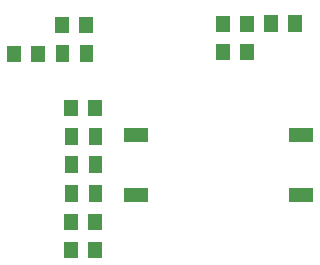
<source format=gtp>
G04 Layer: TopPasteMaskLayer*
G04 EasyEDA v6.4.25, 2021-09-29T14:29:20--7:00*
G04 244c92b091364e338979e04f780342ec,1c607ed5ed934db7a0414c4b005609ca,10*
G04 Gerber Generator version 0.2*
G04 Scale: 100 percent, Rotated: No, Reflected: No *
G04 Dimensions in inches *
G04 leading zeros omitted , absolute positions ,3 integer and 6 decimal *
%FSLAX36Y36*%
%MOIN*%

%ADD14R,0.0457X0.0571*%
%ADD15R,0.0787X0.0512*%

%LPD*%
D14*
G01*
X1370010Y-560010D03*
G01*
X1290010Y-560010D03*
G01*
X865000Y-840000D03*
G01*
X785000Y-840000D03*
G01*
X865010Y-1315010D03*
G01*
X785010Y-1315010D03*
G01*
X675010Y-660010D03*
G01*
X595010Y-660010D03*
G01*
X1370000Y-655000D03*
G01*
X1290000Y-655000D03*
G01*
X835000Y-565000D03*
G01*
X755000Y-565000D03*
G36*
X762165Y-1001457D02*
G01*
X807834Y-1001457D01*
X807834Y-1058542D01*
X762165Y-1058542D01*
G37*
G36*
X842165Y-1001457D02*
G01*
X887834Y-1001457D01*
X887834Y-1058542D01*
X842165Y-1058542D01*
G37*
G36*
X762165Y-1096457D02*
G01*
X807834Y-1096457D01*
X807834Y-1153542D01*
X762165Y-1153542D01*
G37*
G36*
X842165Y-1096457D02*
G01*
X887834Y-1096457D01*
X887834Y-1153542D01*
X842165Y-1153542D01*
G37*
G36*
X732165Y-631457D02*
G01*
X777834Y-631457D01*
X777834Y-688542D01*
X732165Y-688542D01*
G37*
G36*
X812165Y-631457D02*
G01*
X857834Y-631457D01*
X857834Y-688542D01*
X812165Y-688542D01*
G37*
G36*
X1427165Y-531457D02*
G01*
X1472834Y-531457D01*
X1472834Y-588542D01*
X1427165Y-588542D01*
G37*
G36*
X1507165Y-531457D02*
G01*
X1552834Y-531457D01*
X1552834Y-588542D01*
X1507165Y-588542D01*
G37*
G01*
X865000Y-1220000D03*
G01*
X785000Y-1220000D03*
G36*
X762165Y-906457D02*
G01*
X807834Y-906457D01*
X807834Y-963542D01*
X762165Y-963542D01*
G37*
G36*
X842165Y-906457D02*
G01*
X887834Y-906457D01*
X887834Y-963542D01*
X842165Y-963542D01*
G37*
D15*
G01*
X1550590Y-1130000D03*
G01*
X999409Y-1130000D03*
G01*
X1550590Y-930000D03*
G01*
X999409Y-930000D03*
M02*

</source>
